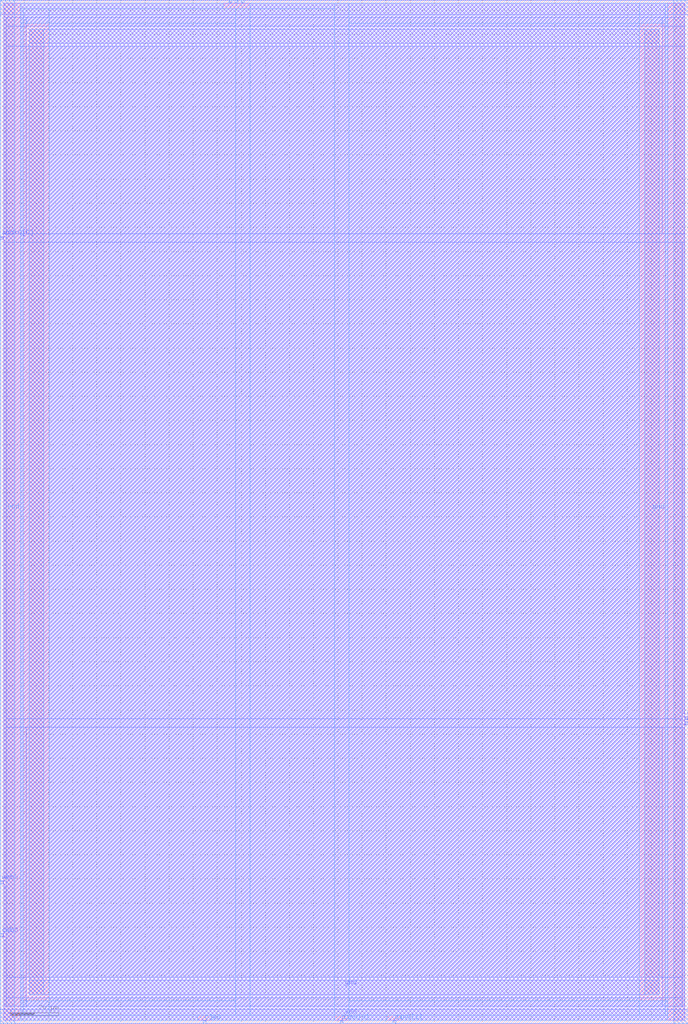
<source format=lef>
VERSION 5.4 ;
NAMESCASESENSITIVE ON ;
BUSBITCHARS "[]" ;
DIVIDERCHAR "/" ;
UNITS
  DATABASE MICRONS 2000 ;
END UNITS
MACRO scn4m_subm_16x2
   CLASS BLOCK ;
   SIZE 285.3 BY 424.2 ;
   SYMMETRY X Y R90 ;
   PIN din0[0]
      DIRECTION INPUT ;
      PORT
         LAYER metal4 ;
         RECT  141.0 0.0 142.2 1.2 ;
      END
   END din0[0]
   PIN din0[1]
      DIRECTION INPUT ;
      PORT
         LAYER metal4 ;
         RECT  162.8 0.0 164.0 1.2 ;
      END
   END din0[1]
   PIN addr0[0]
      DIRECTION INPUT ;
      PORT
         LAYER metal3 ;
         RECT  0.0 325.0 1.2 326.2 ;
      END
   END addr0[0]
   PIN addr0[1]
      DIRECTION INPUT ;
      PORT
         LAYER metal4 ;
         RECT  100.0 423.0 101.2 424.2 ;
      END
   END addr0[1]
   PIN addr0[2]
      DIRECTION INPUT ;
      PORT
         LAYER metal4 ;
         RECT  94.8 423.0 96.0 424.2 ;
      END
   END addr0[2]
   PIN addr0[3]
      DIRECTION INPUT ;
      PORT
         LAYER metal4 ;
         RECT  97.4 423.0 98.6 424.2 ;
      END
   END addr0[3]
   PIN csb0
      DIRECTION INPUT ;
      PORT
         LAYER metal3 ;
         RECT  0.0 36.0 1.2 37.2 ;
      END
   END csb0
   PIN web0
      DIRECTION INPUT ;
      PORT
         LAYER metal3 ;
         RECT  0.0 58.0 1.2 59.2 ;
      END
   END web0
   PIN clk0
      DIRECTION INPUT ;
      PORT
         LAYER metal4 ;
         RECT  84.2 0.0 85.4 1.2 ;
      END
   END clk0
   PIN dout0[0]
      DIRECTION OUTPUT ;
      PORT
         LAYER metal3 ;
         RECT  284.1 124.0 285.3 125.2 ;
      END
   END dout0[0]
   PIN dout0[1]
      DIRECTION OUTPUT ;
      PORT
         LAYER metal3 ;
         RECT  284.1 126.0 285.3 127.2 ;
      END
   END dout0[1]
   PIN vdd
      DIRECTION INOUT ;
      USE POWER ; 
      SHAPE ABUTMENT ; 
      PORT
         LAYER metal4 ;
         RECT  279.3 0.0 285.3 424.2 ;
         LAYER metal3 ;
         RECT  0.0 418.2 285.3 424.2 ;
         LAYER metal3 ;
         RECT  0.0 0.0 285.3 6.0 ;
         LAYER metal4 ;
         RECT  0.0 0.0 6.0 424.2 ;
      END
   END vdd
   PIN gnd
      DIRECTION INOUT ;
      USE GROUND ; 
      SHAPE ABUTMENT ; 
      PORT
         LAYER metal3 ;
         RECT  12.0 406.2 273.3 412.2 ;
         LAYER metal3 ;
         RECT  12.0 12.0 273.3 18.0 ;
         LAYER metal4 ;
         RECT  12.0 12.0 18.0 412.2 ;
         LAYER metal4 ;
         RECT  267.3 12.0 273.3 412.2 ;
      END
   END gnd
   OBS
   LAYER  metal1 ;
      RECT  1.4 1.4 283.9 422.8 ;
   LAYER  metal2 ;
      RECT  1.4 1.4 283.9 422.8 ;
   LAYER  metal3 ;
      RECT  2.4 323.8 283.9 327.4 ;
      RECT  1.4 38.4 2.4 56.8 ;
      RECT  1.4 60.4 2.4 323.8 ;
      RECT  2.4 122.8 282.9 126.4 ;
      RECT  2.4 126.4 282.9 323.8 ;
      RECT  282.9 128.4 283.9 323.8 ;
      RECT  1.4 327.4 2.4 417.0 ;
      RECT  1.4 7.2 2.4 34.8 ;
      RECT  282.9 7.2 283.9 122.8 ;
      RECT  2.4 327.4 10.8 405.0 ;
      RECT  2.4 405.0 10.8 413.4 ;
      RECT  2.4 413.4 10.8 417.0 ;
      RECT  10.8 327.4 274.5 405.0 ;
      RECT  10.8 413.4 274.5 417.0 ;
      RECT  274.5 327.4 283.9 405.0 ;
      RECT  274.5 405.0 283.9 413.4 ;
      RECT  274.5 413.4 283.9 417.0 ;
      RECT  2.4 7.2 10.8 10.8 ;
      RECT  2.4 10.8 10.8 19.2 ;
      RECT  2.4 19.2 10.8 122.8 ;
      RECT  10.8 7.2 274.5 10.8 ;
      RECT  10.8 19.2 274.5 122.8 ;
      RECT  274.5 7.2 282.9 10.8 ;
      RECT  274.5 10.8 282.9 19.2 ;
      RECT  274.5 19.2 282.9 122.8 ;
   LAYER  metal4 ;
      RECT  138.6 3.6 144.6 422.8 ;
      RECT  144.6 1.4 160.4 3.6 ;
      RECT  97.6 3.6 103.6 420.6 ;
      RECT  103.6 3.6 138.6 420.6 ;
      RECT  103.6 420.6 138.6 422.8 ;
      RECT  87.8 1.4 138.6 3.6 ;
      RECT  166.4 1.4 276.9 3.6 ;
      RECT  8.4 420.6 92.4 422.8 ;
      RECT  8.4 1.4 81.8 3.6 ;
      RECT  8.4 3.6 9.6 9.6 ;
      RECT  8.4 9.6 9.6 414.6 ;
      RECT  8.4 414.6 9.6 420.6 ;
      RECT  9.6 3.6 20.4 9.6 ;
      RECT  9.6 414.6 20.4 420.6 ;
      RECT  20.4 3.6 97.6 9.6 ;
      RECT  20.4 9.6 97.6 414.6 ;
      RECT  20.4 414.6 97.6 420.6 ;
      RECT  144.6 3.6 264.9 9.6 ;
      RECT  144.6 9.6 264.9 414.6 ;
      RECT  144.6 414.6 264.9 422.8 ;
      RECT  264.9 3.6 275.7 9.6 ;
      RECT  264.9 414.6 275.7 422.8 ;
      RECT  275.7 3.6 276.9 9.6 ;
      RECT  275.7 9.6 276.9 414.6 ;
      RECT  275.7 414.6 276.9 422.8 ;
   END
END    scn4m_subm_16x2
END    LIBRARY

</source>
